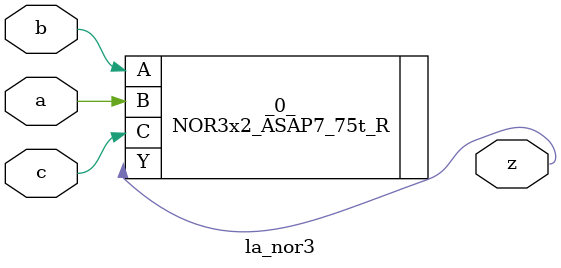
<source format=v>

/* Generated by Yosys 0.44 (git sha1 80ba43d26, g++ 11.4.0-1ubuntu1~22.04 -fPIC -O3) */

(* top =  1  *)
(* src = "inputs/la_nor3.v:10.1-21.10" *)
module la_nor3 (
    a,
    b,
    c,
    z
);
  (* src = "inputs/la_nor3.v:13.12-13.13" *)
  input a;
  wire a;
  (* src = "inputs/la_nor3.v:14.12-14.13" *)
  input b;
  wire b;
  (* src = "inputs/la_nor3.v:15.12-15.13" *)
  input c;
  wire c;
  (* src = "inputs/la_nor3.v:16.12-16.13" *)
  output z;
  wire z;
  NOR3x2_ASAP7_75t_R _0_ (
      .A(b),
      .B(a),
      .C(c),
      .Y(z)
  );
endmodule

</source>
